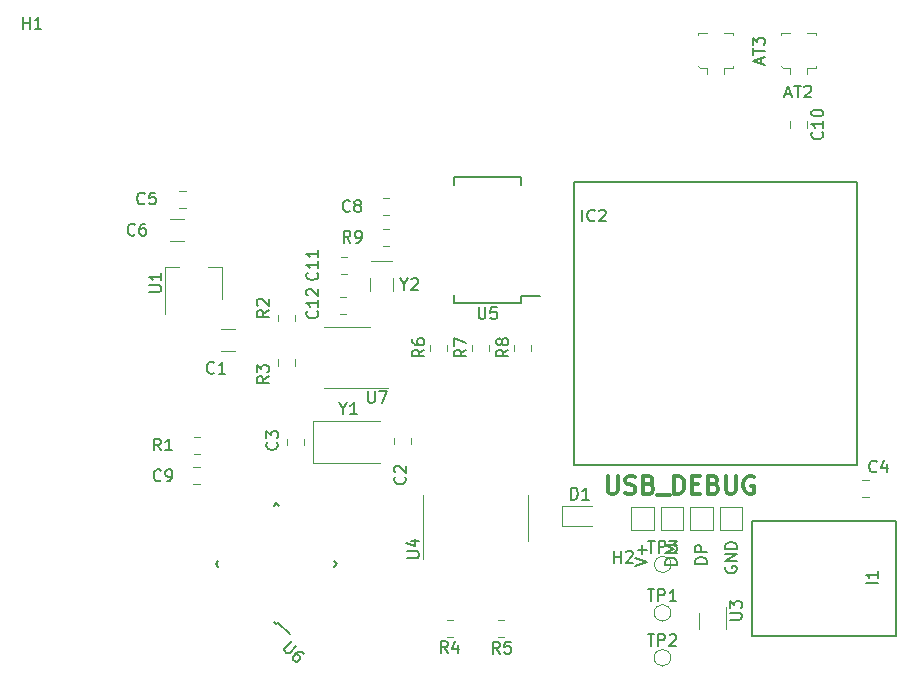
<source format=gto>
G04 #@! TF.GenerationSoftware,KiCad,Pcbnew,(5.1.5)-3*
G04 #@! TF.CreationDate,2020-11-27T10:24:00+11:00*
G04 #@! TF.ProjectId,BoSL,426f534c-2e6b-4696-9361-645f70636258,0.4.2*
G04 #@! TF.SameCoordinates,Original*
G04 #@! TF.FileFunction,Legend,Top*
G04 #@! TF.FilePolarity,Positive*
%FSLAX46Y46*%
G04 Gerber Fmt 4.6, Leading zero omitted, Abs format (unit mm)*
G04 Created by KiCad (PCBNEW (5.1.5)-3) date 2020-11-27 10:24:00*
%MOMM*%
%LPD*%
G04 APERTURE LIST*
%ADD10C,0.150000*%
%ADD11C,0.300000*%
%ADD12C,0.120000*%
G04 APERTURE END LIST*
D10*
X177554000Y-110489904D02*
X177506380Y-110585142D01*
X177506380Y-110728000D01*
X177554000Y-110870857D01*
X177649238Y-110966095D01*
X177744476Y-111013714D01*
X177934952Y-111061333D01*
X178077809Y-111061333D01*
X178268285Y-111013714D01*
X178363523Y-110966095D01*
X178458761Y-110870857D01*
X178506380Y-110728000D01*
X178506380Y-110632761D01*
X178458761Y-110489904D01*
X178411142Y-110442285D01*
X178077809Y-110442285D01*
X178077809Y-110632761D01*
X178506380Y-110013714D02*
X177506380Y-110013714D01*
X178506380Y-109442285D01*
X177506380Y-109442285D01*
X178506380Y-108966095D02*
X177506380Y-108966095D01*
X177506380Y-108728000D01*
X177554000Y-108585142D01*
X177649238Y-108489904D01*
X177744476Y-108442285D01*
X177934952Y-108394666D01*
X178077809Y-108394666D01*
X178268285Y-108442285D01*
X178363523Y-108489904D01*
X178458761Y-108585142D01*
X178506380Y-108728000D01*
X178506380Y-108966095D01*
X175966380Y-110235904D02*
X174966380Y-110235904D01*
X174966380Y-109997809D01*
X175014000Y-109854952D01*
X175109238Y-109759714D01*
X175204476Y-109712095D01*
X175394952Y-109664476D01*
X175537809Y-109664476D01*
X175728285Y-109712095D01*
X175823523Y-109759714D01*
X175918761Y-109854952D01*
X175966380Y-109997809D01*
X175966380Y-110235904D01*
X175966380Y-109235904D02*
X174966380Y-109235904D01*
X174966380Y-108854952D01*
X175014000Y-108759714D01*
X175061619Y-108712095D01*
X175156857Y-108664476D01*
X175299714Y-108664476D01*
X175394952Y-108712095D01*
X175442571Y-108759714D01*
X175490190Y-108854952D01*
X175490190Y-109235904D01*
X173426380Y-110307333D02*
X172426380Y-110307333D01*
X172426380Y-110069238D01*
X172474000Y-109926380D01*
X172569238Y-109831142D01*
X172664476Y-109783523D01*
X172854952Y-109735904D01*
X172997809Y-109735904D01*
X173188285Y-109783523D01*
X173283523Y-109831142D01*
X173378761Y-109926380D01*
X173426380Y-110069238D01*
X173426380Y-110307333D01*
X173426380Y-109307333D02*
X172426380Y-109307333D01*
X173140666Y-108974000D01*
X172426380Y-108640666D01*
X173426380Y-108640666D01*
X169886380Y-110426380D02*
X170886380Y-110093047D01*
X169886380Y-109759714D01*
X170505428Y-109426380D02*
X170505428Y-108664476D01*
X170886380Y-109045428D02*
X170124476Y-109045428D01*
D11*
X167557428Y-102810571D02*
X167557428Y-104024857D01*
X167628857Y-104167714D01*
X167700285Y-104239142D01*
X167843142Y-104310571D01*
X168128857Y-104310571D01*
X168271714Y-104239142D01*
X168343142Y-104167714D01*
X168414571Y-104024857D01*
X168414571Y-102810571D01*
X169057428Y-104239142D02*
X169271714Y-104310571D01*
X169628857Y-104310571D01*
X169771714Y-104239142D01*
X169843142Y-104167714D01*
X169914571Y-104024857D01*
X169914571Y-103882000D01*
X169843142Y-103739142D01*
X169771714Y-103667714D01*
X169628857Y-103596285D01*
X169343142Y-103524857D01*
X169200285Y-103453428D01*
X169128857Y-103382000D01*
X169057428Y-103239142D01*
X169057428Y-103096285D01*
X169128857Y-102953428D01*
X169200285Y-102882000D01*
X169343142Y-102810571D01*
X169700285Y-102810571D01*
X169914571Y-102882000D01*
X171057428Y-103524857D02*
X171271714Y-103596285D01*
X171343142Y-103667714D01*
X171414571Y-103810571D01*
X171414571Y-104024857D01*
X171343142Y-104167714D01*
X171271714Y-104239142D01*
X171128857Y-104310571D01*
X170557428Y-104310571D01*
X170557428Y-102810571D01*
X171057428Y-102810571D01*
X171200285Y-102882000D01*
X171271714Y-102953428D01*
X171343142Y-103096285D01*
X171343142Y-103239142D01*
X171271714Y-103382000D01*
X171200285Y-103453428D01*
X171057428Y-103524857D01*
X170557428Y-103524857D01*
X171700285Y-104453428D02*
X172843142Y-104453428D01*
X173200285Y-104310571D02*
X173200285Y-102810571D01*
X173557428Y-102810571D01*
X173771714Y-102882000D01*
X173914571Y-103024857D01*
X173986000Y-103167714D01*
X174057428Y-103453428D01*
X174057428Y-103667714D01*
X173986000Y-103953428D01*
X173914571Y-104096285D01*
X173771714Y-104239142D01*
X173557428Y-104310571D01*
X173200285Y-104310571D01*
X174700285Y-103524857D02*
X175200285Y-103524857D01*
X175414571Y-104310571D02*
X174700285Y-104310571D01*
X174700285Y-102810571D01*
X175414571Y-102810571D01*
X176557428Y-103524857D02*
X176771714Y-103596285D01*
X176843142Y-103667714D01*
X176914571Y-103810571D01*
X176914571Y-104024857D01*
X176843142Y-104167714D01*
X176771714Y-104239142D01*
X176628857Y-104310571D01*
X176057428Y-104310571D01*
X176057428Y-102810571D01*
X176557428Y-102810571D01*
X176700285Y-102882000D01*
X176771714Y-102953428D01*
X176843142Y-103096285D01*
X176843142Y-103239142D01*
X176771714Y-103382000D01*
X176700285Y-103453428D01*
X176557428Y-103524857D01*
X176057428Y-103524857D01*
X177557428Y-102810571D02*
X177557428Y-104024857D01*
X177628857Y-104167714D01*
X177700285Y-104239142D01*
X177843142Y-104310571D01*
X178128857Y-104310571D01*
X178271714Y-104239142D01*
X178343142Y-104167714D01*
X178414571Y-104024857D01*
X178414571Y-102810571D01*
X179914571Y-102882000D02*
X179771714Y-102810571D01*
X179557428Y-102810571D01*
X179343142Y-102882000D01*
X179200285Y-103024857D01*
X179128857Y-103167714D01*
X179057428Y-103453428D01*
X179057428Y-103667714D01*
X179128857Y-103953428D01*
X179200285Y-104096285D01*
X179343142Y-104239142D01*
X179557428Y-104310571D01*
X179700285Y-104310571D01*
X179914571Y-104239142D01*
X179986000Y-104167714D01*
X179986000Y-103667714D01*
X179700285Y-103667714D01*
D12*
X177050000Y-107350000D02*
X177050000Y-105450000D01*
X178950000Y-107350000D02*
X177050000Y-107350000D01*
X178950000Y-105450000D02*
X178950000Y-107350000D01*
X177050000Y-105450000D02*
X178950000Y-105450000D01*
X174550000Y-107350000D02*
X174550000Y-105450000D01*
X176450000Y-107350000D02*
X174550000Y-107350000D01*
X176450000Y-105450000D02*
X176450000Y-107350000D01*
X174550000Y-105450000D02*
X176450000Y-105450000D01*
X172050000Y-107350000D02*
X172050000Y-105450000D01*
X173950000Y-107350000D02*
X172050000Y-107350000D01*
X173950000Y-105450000D02*
X173950000Y-107350000D01*
X172050000Y-105450000D02*
X173950000Y-105450000D01*
X169550000Y-107350000D02*
X169550000Y-105450000D01*
X171450000Y-107350000D02*
X169550000Y-107350000D01*
X171450000Y-105450000D02*
X171450000Y-107350000D01*
X169550000Y-105450000D02*
X171450000Y-105450000D01*
X175200000Y-65300000D02*
X176000000Y-65300000D01*
X175200000Y-65500000D02*
X175200000Y-65300000D01*
X178200000Y-65300000D02*
X178200000Y-65500000D01*
X177400000Y-65300000D02*
X178200000Y-65300000D01*
X178200000Y-68300000D02*
X177400000Y-68300000D01*
X178200000Y-68100000D02*
X178200000Y-68300000D01*
X175400000Y-68300000D02*
X175200000Y-68100000D01*
X176000000Y-68300000D02*
X175400000Y-68300000D01*
X176000000Y-68300000D02*
X176000000Y-68800000D01*
X177400000Y-68300000D02*
X177400000Y-68800000D01*
X142575000Y-101725000D02*
X148325000Y-101725000D01*
X142575000Y-98125000D02*
X142575000Y-101725000D01*
X148325000Y-98125000D02*
X142575000Y-98125000D01*
D10*
X160261000Y-87558000D02*
X161861000Y-87558000D01*
X160261000Y-77483000D02*
X154511000Y-77483000D01*
X160261000Y-88133000D02*
X154511000Y-88133000D01*
X160261000Y-77483000D02*
X160261000Y-78133000D01*
X154511000Y-77483000D02*
X154511000Y-78133000D01*
X154511000Y-88133000D02*
X154511000Y-87483000D01*
X160261000Y-88133000D02*
X160261000Y-87558000D01*
D12*
X151965000Y-106400000D02*
X151965000Y-109850000D01*
X151965000Y-106400000D02*
X151965000Y-104450000D01*
X160835000Y-106400000D02*
X160835000Y-108350000D01*
X160835000Y-106400000D02*
X160835000Y-104450000D01*
X175290000Y-114370000D02*
X175290000Y-115770000D01*
X177610000Y-115770000D02*
X177610000Y-113870000D01*
X130100000Y-85120000D02*
X131300000Y-85120000D01*
X130100000Y-89120000D02*
X130100000Y-85120000D01*
X134900000Y-85120000D02*
X134900000Y-87820000D01*
X133700000Y-85120000D02*
X134900000Y-85120000D01*
X172926000Y-110294000D02*
G75*
G03X172926000Y-110294000I-700000J0D01*
G01*
X172900000Y-118200000D02*
G75*
G03X172900000Y-118200000I-700000J0D01*
G01*
X172900000Y-114400000D02*
G75*
G03X172900000Y-114400000I-700000J0D01*
G01*
X163700000Y-105350000D02*
X166250000Y-105350000D01*
X163700000Y-107050000D02*
X166250000Y-107050000D01*
X163700000Y-105350000D02*
X163700000Y-107050000D01*
X182200000Y-65300000D02*
X183000000Y-65300000D01*
X182200000Y-65500000D02*
X182200000Y-65300000D01*
X185200000Y-65300000D02*
X185200000Y-65500000D01*
X184400000Y-65300000D02*
X185200000Y-65300000D01*
X185200000Y-68300000D02*
X184400000Y-68300000D01*
X185200000Y-68100000D02*
X185200000Y-68300000D01*
X182400000Y-68300000D02*
X182200000Y-68100000D01*
X183000000Y-68300000D02*
X182400000Y-68300000D01*
X183000000Y-68300000D02*
X183000000Y-68800000D01*
X184400000Y-68300000D02*
X184400000Y-68800000D01*
X149058578Y-81890000D02*
X148541422Y-81890000D01*
X149058578Y-83310000D02*
X148541422Y-83310000D01*
X161052000Y-92198578D02*
X161052000Y-91681422D01*
X159632000Y-92198578D02*
X159632000Y-91681422D01*
X157496000Y-92198578D02*
X157496000Y-91681422D01*
X156076000Y-92198578D02*
X156076000Y-91681422D01*
X153940000Y-92198578D02*
X153940000Y-91681422D01*
X152520000Y-92198578D02*
X152520000Y-91681422D01*
X158278922Y-116407000D02*
X158796078Y-116407000D01*
X158278922Y-114987000D02*
X158796078Y-114987000D01*
X154436578Y-114987000D02*
X153919422Y-114987000D01*
X154436578Y-116407000D02*
X153919422Y-116407000D01*
X139690000Y-89203922D02*
X139690000Y-89721078D01*
X141110000Y-89203922D02*
X141110000Y-89721078D01*
X141110000Y-93458578D02*
X141110000Y-92941422D01*
X139690000Y-93458578D02*
X139690000Y-92941422D01*
X133058578Y-99490000D02*
X132541422Y-99490000D01*
X133058578Y-100910000D02*
X132541422Y-100910000D01*
X182990000Y-72791422D02*
X182990000Y-73308578D01*
X184410000Y-72791422D02*
X184410000Y-73308578D01*
X132491422Y-103510000D02*
X133008578Y-103510000D01*
X132491422Y-102090000D02*
X133008578Y-102090000D01*
X149058578Y-79290000D02*
X148541422Y-79290000D01*
X149058578Y-80710000D02*
X148541422Y-80710000D01*
X131702064Y-81090000D02*
X130497936Y-81090000D01*
X131702064Y-82910000D02*
X130497936Y-82910000D01*
X131821078Y-78690000D02*
X131303922Y-78690000D01*
X131821078Y-80110000D02*
X131303922Y-80110000D01*
X189648578Y-103180000D02*
X189131422Y-103180000D01*
X189648578Y-104600000D02*
X189131422Y-104600000D01*
X140415000Y-99641422D02*
X140415000Y-100158578D01*
X141835000Y-99641422D02*
X141835000Y-100158578D01*
X149465000Y-99616422D02*
X149465000Y-100133578D01*
X150885000Y-99616422D02*
X150885000Y-100133578D01*
X136002064Y-90390000D02*
X134797936Y-90390000D01*
X136002064Y-92210000D02*
X134797936Y-92210000D01*
X145525000Y-95325000D02*
X148975000Y-95325000D01*
X145525000Y-95325000D02*
X143575000Y-95325000D01*
X145525000Y-90205000D02*
X147475000Y-90205000D01*
X145525000Y-90205000D02*
X143575000Y-90205000D01*
X149300000Y-84650000D02*
X147500000Y-84650000D01*
X147450000Y-86050000D02*
X147450000Y-87150000D01*
X149350000Y-86050000D02*
X149350000Y-87150000D01*
D10*
X139659099Y-115217425D02*
X140666726Y-116225052D01*
X134373476Y-110250000D02*
X134603286Y-110479810D01*
X139500000Y-105123476D02*
X139729810Y-105353286D01*
X144626524Y-110250000D02*
X144396714Y-110020190D01*
X139500000Y-115376524D02*
X139270190Y-115146714D01*
X144626524Y-110250000D02*
X144396714Y-110479810D01*
X139500000Y-105123476D02*
X139270190Y-105353286D01*
X134373476Y-110250000D02*
X134603286Y-110020190D01*
X139500000Y-115376524D02*
X139659099Y-115217425D01*
D12*
X144878922Y-89110000D02*
X145396078Y-89110000D01*
X144878922Y-87690000D02*
X145396078Y-87690000D01*
X144941422Y-85710000D02*
X145458578Y-85710000D01*
X144941422Y-84290000D02*
X145458578Y-84290000D01*
D10*
X164690000Y-101920000D02*
X164690000Y-77920000D01*
X188690000Y-101920000D02*
X164690000Y-101920000D01*
X188690000Y-77920000D02*
X188690000Y-101920000D01*
X164690000Y-77920000D02*
X188690000Y-77920000D01*
X179755000Y-116385000D02*
X179755000Y-106635000D01*
X191955000Y-116385000D02*
X191955000Y-106635000D01*
X191955000Y-106635000D02*
X179755000Y-106635000D01*
X191955000Y-116385000D02*
X191930000Y-116360000D01*
X179755000Y-116385000D02*
X191955000Y-116385000D01*
X180566666Y-67895238D02*
X180566666Y-67419047D01*
X180852380Y-67990476D02*
X179852380Y-67657142D01*
X180852380Y-67323809D01*
X179852380Y-67133333D02*
X179852380Y-66561904D01*
X180852380Y-66847619D02*
X179852380Y-66847619D01*
X179852380Y-66323809D02*
X179852380Y-65704761D01*
X180233333Y-66038095D01*
X180233333Y-65895238D01*
X180280952Y-65800000D01*
X180328571Y-65752380D01*
X180423809Y-65704761D01*
X180661904Y-65704761D01*
X180757142Y-65752380D01*
X180804761Y-65800000D01*
X180852380Y-65895238D01*
X180852380Y-66180952D01*
X180804761Y-66276190D01*
X180757142Y-66323809D01*
X145148809Y-97101190D02*
X145148809Y-97577380D01*
X144815476Y-96577380D02*
X145148809Y-97101190D01*
X145482142Y-96577380D01*
X146339285Y-97577380D02*
X145767857Y-97577380D01*
X146053571Y-97577380D02*
X146053571Y-96577380D01*
X145958333Y-96720238D01*
X145863095Y-96815476D01*
X145767857Y-96863095D01*
X156624095Y-88510380D02*
X156624095Y-89319904D01*
X156671714Y-89415142D01*
X156719333Y-89462761D01*
X156814571Y-89510380D01*
X157005047Y-89510380D01*
X157100285Y-89462761D01*
X157147904Y-89415142D01*
X157195523Y-89319904D01*
X157195523Y-88510380D01*
X158147904Y-88510380D02*
X157671714Y-88510380D01*
X157624095Y-88986571D01*
X157671714Y-88938952D01*
X157766952Y-88891333D01*
X158005047Y-88891333D01*
X158100285Y-88938952D01*
X158147904Y-88986571D01*
X158195523Y-89081809D01*
X158195523Y-89319904D01*
X158147904Y-89415142D01*
X158100285Y-89462761D01*
X158005047Y-89510380D01*
X157766952Y-89510380D01*
X157671714Y-89462761D01*
X157624095Y-89415142D01*
X150572380Y-109761904D02*
X151381904Y-109761904D01*
X151477142Y-109714285D01*
X151524761Y-109666666D01*
X151572380Y-109571428D01*
X151572380Y-109380952D01*
X151524761Y-109285714D01*
X151477142Y-109238095D01*
X151381904Y-109190476D01*
X150572380Y-109190476D01*
X150905714Y-108285714D02*
X151572380Y-108285714D01*
X150524761Y-108523809D02*
X151239047Y-108761904D01*
X151239047Y-108142857D01*
X177902380Y-114961904D02*
X178711904Y-114961904D01*
X178807142Y-114914285D01*
X178854761Y-114866666D01*
X178902380Y-114771428D01*
X178902380Y-114580952D01*
X178854761Y-114485714D01*
X178807142Y-114438095D01*
X178711904Y-114390476D01*
X177902380Y-114390476D01*
X177902380Y-114009523D02*
X177902380Y-113390476D01*
X178283333Y-113723809D01*
X178283333Y-113580952D01*
X178330952Y-113485714D01*
X178378571Y-113438095D01*
X178473809Y-113390476D01*
X178711904Y-113390476D01*
X178807142Y-113438095D01*
X178854761Y-113485714D01*
X178902380Y-113580952D01*
X178902380Y-113866666D01*
X178854761Y-113961904D01*
X178807142Y-114009523D01*
X128752380Y-87211904D02*
X129561904Y-87211904D01*
X129657142Y-87164285D01*
X129704761Y-87116666D01*
X129752380Y-87021428D01*
X129752380Y-86830952D01*
X129704761Y-86735714D01*
X129657142Y-86688095D01*
X129561904Y-86640476D01*
X128752380Y-86640476D01*
X129752380Y-85640476D02*
X129752380Y-86211904D01*
X129752380Y-85926190D02*
X128752380Y-85926190D01*
X128895238Y-86021428D01*
X128990476Y-86116666D01*
X129038095Y-86211904D01*
X170964095Y-108298380D02*
X171535523Y-108298380D01*
X171249809Y-109298380D02*
X171249809Y-108298380D01*
X171868857Y-109298380D02*
X171868857Y-108298380D01*
X172249809Y-108298380D01*
X172345047Y-108346000D01*
X172392666Y-108393619D01*
X172440285Y-108488857D01*
X172440285Y-108631714D01*
X172392666Y-108726952D01*
X172345047Y-108774571D01*
X172249809Y-108822190D01*
X171868857Y-108822190D01*
X172773619Y-108298380D02*
X173392666Y-108298380D01*
X173059333Y-108679333D01*
X173202190Y-108679333D01*
X173297428Y-108726952D01*
X173345047Y-108774571D01*
X173392666Y-108869809D01*
X173392666Y-109107904D01*
X173345047Y-109203142D01*
X173297428Y-109250761D01*
X173202190Y-109298380D01*
X172916476Y-109298380D01*
X172821238Y-109250761D01*
X172773619Y-109203142D01*
X170938095Y-116204380D02*
X171509523Y-116204380D01*
X171223809Y-117204380D02*
X171223809Y-116204380D01*
X171842857Y-117204380D02*
X171842857Y-116204380D01*
X172223809Y-116204380D01*
X172319047Y-116252000D01*
X172366666Y-116299619D01*
X172414285Y-116394857D01*
X172414285Y-116537714D01*
X172366666Y-116632952D01*
X172319047Y-116680571D01*
X172223809Y-116728190D01*
X171842857Y-116728190D01*
X172795238Y-116299619D02*
X172842857Y-116252000D01*
X172938095Y-116204380D01*
X173176190Y-116204380D01*
X173271428Y-116252000D01*
X173319047Y-116299619D01*
X173366666Y-116394857D01*
X173366666Y-116490095D01*
X173319047Y-116632952D01*
X172747619Y-117204380D01*
X173366666Y-117204380D01*
X170938095Y-112404380D02*
X171509523Y-112404380D01*
X171223809Y-113404380D02*
X171223809Y-112404380D01*
X171842857Y-113404380D02*
X171842857Y-112404380D01*
X172223809Y-112404380D01*
X172319047Y-112452000D01*
X172366666Y-112499619D01*
X172414285Y-112594857D01*
X172414285Y-112737714D01*
X172366666Y-112832952D01*
X172319047Y-112880571D01*
X172223809Y-112928190D01*
X171842857Y-112928190D01*
X173366666Y-113404380D02*
X172795238Y-113404380D01*
X173080952Y-113404380D02*
X173080952Y-112404380D01*
X172985714Y-112547238D01*
X172890476Y-112642476D01*
X172795238Y-112690095D01*
X168138095Y-110152380D02*
X168138095Y-109152380D01*
X168138095Y-109628571D02*
X168709523Y-109628571D01*
X168709523Y-110152380D02*
X168709523Y-109152380D01*
X169138095Y-109247619D02*
X169185714Y-109200000D01*
X169280952Y-109152380D01*
X169519047Y-109152380D01*
X169614285Y-109200000D01*
X169661904Y-109247619D01*
X169709523Y-109342857D01*
X169709523Y-109438095D01*
X169661904Y-109580952D01*
X169090476Y-110152380D01*
X169709523Y-110152380D01*
X118038095Y-64952380D02*
X118038095Y-63952380D01*
X118038095Y-64428571D02*
X118609523Y-64428571D01*
X118609523Y-64952380D02*
X118609523Y-63952380D01*
X119609523Y-64952380D02*
X119038095Y-64952380D01*
X119323809Y-64952380D02*
X119323809Y-63952380D01*
X119228571Y-64095238D01*
X119133333Y-64190476D01*
X119038095Y-64238095D01*
X164461904Y-104802380D02*
X164461904Y-103802380D01*
X164700000Y-103802380D01*
X164842857Y-103850000D01*
X164938095Y-103945238D01*
X164985714Y-104040476D01*
X165033333Y-104230952D01*
X165033333Y-104373809D01*
X164985714Y-104564285D01*
X164938095Y-104659523D01*
X164842857Y-104754761D01*
X164700000Y-104802380D01*
X164461904Y-104802380D01*
X165985714Y-104802380D02*
X165414285Y-104802380D01*
X165700000Y-104802380D02*
X165700000Y-103802380D01*
X165604761Y-103945238D01*
X165509523Y-104040476D01*
X165414285Y-104088095D01*
X182604761Y-70466666D02*
X183080952Y-70466666D01*
X182509523Y-70752380D02*
X182842857Y-69752380D01*
X183176190Y-70752380D01*
X183366666Y-69752380D02*
X183938095Y-69752380D01*
X183652380Y-70752380D02*
X183652380Y-69752380D01*
X184223809Y-69847619D02*
X184271428Y-69800000D01*
X184366666Y-69752380D01*
X184604761Y-69752380D01*
X184700000Y-69800000D01*
X184747619Y-69847619D01*
X184795238Y-69942857D01*
X184795238Y-70038095D01*
X184747619Y-70180952D01*
X184176190Y-70752380D01*
X184795238Y-70752380D01*
X145783333Y-83052380D02*
X145450000Y-82576190D01*
X145211904Y-83052380D02*
X145211904Y-82052380D01*
X145592857Y-82052380D01*
X145688095Y-82100000D01*
X145735714Y-82147619D01*
X145783333Y-82242857D01*
X145783333Y-82385714D01*
X145735714Y-82480952D01*
X145688095Y-82528571D01*
X145592857Y-82576190D01*
X145211904Y-82576190D01*
X146259523Y-83052380D02*
X146450000Y-83052380D01*
X146545238Y-83004761D01*
X146592857Y-82957142D01*
X146688095Y-82814285D01*
X146735714Y-82623809D01*
X146735714Y-82242857D01*
X146688095Y-82147619D01*
X146640476Y-82100000D01*
X146545238Y-82052380D01*
X146354761Y-82052380D01*
X146259523Y-82100000D01*
X146211904Y-82147619D01*
X146164285Y-82242857D01*
X146164285Y-82480952D01*
X146211904Y-82576190D01*
X146259523Y-82623809D01*
X146354761Y-82671428D01*
X146545238Y-82671428D01*
X146640476Y-82623809D01*
X146688095Y-82576190D01*
X146735714Y-82480952D01*
X159144380Y-92106666D02*
X158668190Y-92440000D01*
X159144380Y-92678095D02*
X158144380Y-92678095D01*
X158144380Y-92297142D01*
X158192000Y-92201904D01*
X158239619Y-92154285D01*
X158334857Y-92106666D01*
X158477714Y-92106666D01*
X158572952Y-92154285D01*
X158620571Y-92201904D01*
X158668190Y-92297142D01*
X158668190Y-92678095D01*
X158572952Y-91535238D02*
X158525333Y-91630476D01*
X158477714Y-91678095D01*
X158382476Y-91725714D01*
X158334857Y-91725714D01*
X158239619Y-91678095D01*
X158192000Y-91630476D01*
X158144380Y-91535238D01*
X158144380Y-91344761D01*
X158192000Y-91249523D01*
X158239619Y-91201904D01*
X158334857Y-91154285D01*
X158382476Y-91154285D01*
X158477714Y-91201904D01*
X158525333Y-91249523D01*
X158572952Y-91344761D01*
X158572952Y-91535238D01*
X158620571Y-91630476D01*
X158668190Y-91678095D01*
X158763428Y-91725714D01*
X158953904Y-91725714D01*
X159049142Y-91678095D01*
X159096761Y-91630476D01*
X159144380Y-91535238D01*
X159144380Y-91344761D01*
X159096761Y-91249523D01*
X159049142Y-91201904D01*
X158953904Y-91154285D01*
X158763428Y-91154285D01*
X158668190Y-91201904D01*
X158620571Y-91249523D01*
X158572952Y-91344761D01*
X155588380Y-92106666D02*
X155112190Y-92440000D01*
X155588380Y-92678095D02*
X154588380Y-92678095D01*
X154588380Y-92297142D01*
X154636000Y-92201904D01*
X154683619Y-92154285D01*
X154778857Y-92106666D01*
X154921714Y-92106666D01*
X155016952Y-92154285D01*
X155064571Y-92201904D01*
X155112190Y-92297142D01*
X155112190Y-92678095D01*
X154588380Y-91773333D02*
X154588380Y-91106666D01*
X155588380Y-91535238D01*
X152032380Y-92106666D02*
X151556190Y-92440000D01*
X152032380Y-92678095D02*
X151032380Y-92678095D01*
X151032380Y-92297142D01*
X151080000Y-92201904D01*
X151127619Y-92154285D01*
X151222857Y-92106666D01*
X151365714Y-92106666D01*
X151460952Y-92154285D01*
X151508571Y-92201904D01*
X151556190Y-92297142D01*
X151556190Y-92678095D01*
X151032380Y-91249523D02*
X151032380Y-91440000D01*
X151080000Y-91535238D01*
X151127619Y-91582857D01*
X151270476Y-91678095D01*
X151460952Y-91725714D01*
X151841904Y-91725714D01*
X151937142Y-91678095D01*
X151984761Y-91630476D01*
X152032380Y-91535238D01*
X152032380Y-91344761D01*
X151984761Y-91249523D01*
X151937142Y-91201904D01*
X151841904Y-91154285D01*
X151603809Y-91154285D01*
X151508571Y-91201904D01*
X151460952Y-91249523D01*
X151413333Y-91344761D01*
X151413333Y-91535238D01*
X151460952Y-91630476D01*
X151508571Y-91678095D01*
X151603809Y-91725714D01*
X158433333Y-117849380D02*
X158100000Y-117373190D01*
X157861904Y-117849380D02*
X157861904Y-116849380D01*
X158242857Y-116849380D01*
X158338095Y-116897000D01*
X158385714Y-116944619D01*
X158433333Y-117039857D01*
X158433333Y-117182714D01*
X158385714Y-117277952D01*
X158338095Y-117325571D01*
X158242857Y-117373190D01*
X157861904Y-117373190D01*
X159338095Y-116849380D02*
X158861904Y-116849380D01*
X158814285Y-117325571D01*
X158861904Y-117277952D01*
X158957142Y-117230333D01*
X159195238Y-117230333D01*
X159290476Y-117277952D01*
X159338095Y-117325571D01*
X159385714Y-117420809D01*
X159385714Y-117658904D01*
X159338095Y-117754142D01*
X159290476Y-117801761D01*
X159195238Y-117849380D01*
X158957142Y-117849380D01*
X158861904Y-117801761D01*
X158814285Y-117754142D01*
X154011333Y-117799380D02*
X153678000Y-117323190D01*
X153439904Y-117799380D02*
X153439904Y-116799380D01*
X153820857Y-116799380D01*
X153916095Y-116847000D01*
X153963714Y-116894619D01*
X154011333Y-116989857D01*
X154011333Y-117132714D01*
X153963714Y-117227952D01*
X153916095Y-117275571D01*
X153820857Y-117323190D01*
X153439904Y-117323190D01*
X154868476Y-117132714D02*
X154868476Y-117799380D01*
X154630380Y-116751761D02*
X154392285Y-117466047D01*
X155011333Y-117466047D01*
X138852380Y-94366666D02*
X138376190Y-94700000D01*
X138852380Y-94938095D02*
X137852380Y-94938095D01*
X137852380Y-94557142D01*
X137900000Y-94461904D01*
X137947619Y-94414285D01*
X138042857Y-94366666D01*
X138185714Y-94366666D01*
X138280952Y-94414285D01*
X138328571Y-94461904D01*
X138376190Y-94557142D01*
X138376190Y-94938095D01*
X137852380Y-94033333D02*
X137852380Y-93414285D01*
X138233333Y-93747619D01*
X138233333Y-93604761D01*
X138280952Y-93509523D01*
X138328571Y-93461904D01*
X138423809Y-93414285D01*
X138661904Y-93414285D01*
X138757142Y-93461904D01*
X138804761Y-93509523D01*
X138852380Y-93604761D01*
X138852380Y-93890476D01*
X138804761Y-93985714D01*
X138757142Y-94033333D01*
X138852380Y-88766666D02*
X138376190Y-89100000D01*
X138852380Y-89338095D02*
X137852380Y-89338095D01*
X137852380Y-88957142D01*
X137900000Y-88861904D01*
X137947619Y-88814285D01*
X138042857Y-88766666D01*
X138185714Y-88766666D01*
X138280952Y-88814285D01*
X138328571Y-88861904D01*
X138376190Y-88957142D01*
X138376190Y-89338095D01*
X137947619Y-88385714D02*
X137900000Y-88338095D01*
X137852380Y-88242857D01*
X137852380Y-88004761D01*
X137900000Y-87909523D01*
X137947619Y-87861904D01*
X138042857Y-87814285D01*
X138138095Y-87814285D01*
X138280952Y-87861904D01*
X138852380Y-88433333D01*
X138852380Y-87814285D01*
X129733333Y-100652380D02*
X129400000Y-100176190D01*
X129161904Y-100652380D02*
X129161904Y-99652380D01*
X129542857Y-99652380D01*
X129638095Y-99700000D01*
X129685714Y-99747619D01*
X129733333Y-99842857D01*
X129733333Y-99985714D01*
X129685714Y-100080952D01*
X129638095Y-100128571D01*
X129542857Y-100176190D01*
X129161904Y-100176190D01*
X130685714Y-100652380D02*
X130114285Y-100652380D01*
X130400000Y-100652380D02*
X130400000Y-99652380D01*
X130304761Y-99795238D01*
X130209523Y-99890476D01*
X130114285Y-99938095D01*
X185707142Y-73692857D02*
X185754761Y-73740476D01*
X185802380Y-73883333D01*
X185802380Y-73978571D01*
X185754761Y-74121428D01*
X185659523Y-74216666D01*
X185564285Y-74264285D01*
X185373809Y-74311904D01*
X185230952Y-74311904D01*
X185040476Y-74264285D01*
X184945238Y-74216666D01*
X184850000Y-74121428D01*
X184802380Y-73978571D01*
X184802380Y-73883333D01*
X184850000Y-73740476D01*
X184897619Y-73692857D01*
X185802380Y-72740476D02*
X185802380Y-73311904D01*
X185802380Y-73026190D02*
X184802380Y-73026190D01*
X184945238Y-73121428D01*
X185040476Y-73216666D01*
X185088095Y-73311904D01*
X184802380Y-72121428D02*
X184802380Y-72026190D01*
X184850000Y-71930952D01*
X184897619Y-71883333D01*
X184992857Y-71835714D01*
X185183333Y-71788095D01*
X185421428Y-71788095D01*
X185611904Y-71835714D01*
X185707142Y-71883333D01*
X185754761Y-71930952D01*
X185802380Y-72026190D01*
X185802380Y-72121428D01*
X185754761Y-72216666D01*
X185707142Y-72264285D01*
X185611904Y-72311904D01*
X185421428Y-72359523D01*
X185183333Y-72359523D01*
X184992857Y-72311904D01*
X184897619Y-72264285D01*
X184850000Y-72216666D01*
X184802380Y-72121428D01*
X129733333Y-103157142D02*
X129685714Y-103204761D01*
X129542857Y-103252380D01*
X129447619Y-103252380D01*
X129304761Y-103204761D01*
X129209523Y-103109523D01*
X129161904Y-103014285D01*
X129114285Y-102823809D01*
X129114285Y-102680952D01*
X129161904Y-102490476D01*
X129209523Y-102395238D01*
X129304761Y-102300000D01*
X129447619Y-102252380D01*
X129542857Y-102252380D01*
X129685714Y-102300000D01*
X129733333Y-102347619D01*
X130209523Y-103252380D02*
X130400000Y-103252380D01*
X130495238Y-103204761D01*
X130542857Y-103157142D01*
X130638095Y-103014285D01*
X130685714Y-102823809D01*
X130685714Y-102442857D01*
X130638095Y-102347619D01*
X130590476Y-102300000D01*
X130495238Y-102252380D01*
X130304761Y-102252380D01*
X130209523Y-102300000D01*
X130161904Y-102347619D01*
X130114285Y-102442857D01*
X130114285Y-102680952D01*
X130161904Y-102776190D01*
X130209523Y-102823809D01*
X130304761Y-102871428D01*
X130495238Y-102871428D01*
X130590476Y-102823809D01*
X130638095Y-102776190D01*
X130685714Y-102680952D01*
X145733333Y-80357142D02*
X145685714Y-80404761D01*
X145542857Y-80452380D01*
X145447619Y-80452380D01*
X145304761Y-80404761D01*
X145209523Y-80309523D01*
X145161904Y-80214285D01*
X145114285Y-80023809D01*
X145114285Y-79880952D01*
X145161904Y-79690476D01*
X145209523Y-79595238D01*
X145304761Y-79500000D01*
X145447619Y-79452380D01*
X145542857Y-79452380D01*
X145685714Y-79500000D01*
X145733333Y-79547619D01*
X146304761Y-79880952D02*
X146209523Y-79833333D01*
X146161904Y-79785714D01*
X146114285Y-79690476D01*
X146114285Y-79642857D01*
X146161904Y-79547619D01*
X146209523Y-79500000D01*
X146304761Y-79452380D01*
X146495238Y-79452380D01*
X146590476Y-79500000D01*
X146638095Y-79547619D01*
X146685714Y-79642857D01*
X146685714Y-79690476D01*
X146638095Y-79785714D01*
X146590476Y-79833333D01*
X146495238Y-79880952D01*
X146304761Y-79880952D01*
X146209523Y-79928571D01*
X146161904Y-79976190D01*
X146114285Y-80071428D01*
X146114285Y-80261904D01*
X146161904Y-80357142D01*
X146209523Y-80404761D01*
X146304761Y-80452380D01*
X146495238Y-80452380D01*
X146590476Y-80404761D01*
X146638095Y-80357142D01*
X146685714Y-80261904D01*
X146685714Y-80071428D01*
X146638095Y-79976190D01*
X146590476Y-79928571D01*
X146495238Y-79880952D01*
X127533333Y-82357142D02*
X127485714Y-82404761D01*
X127342857Y-82452380D01*
X127247619Y-82452380D01*
X127104761Y-82404761D01*
X127009523Y-82309523D01*
X126961904Y-82214285D01*
X126914285Y-82023809D01*
X126914285Y-81880952D01*
X126961904Y-81690476D01*
X127009523Y-81595238D01*
X127104761Y-81500000D01*
X127247619Y-81452380D01*
X127342857Y-81452380D01*
X127485714Y-81500000D01*
X127533333Y-81547619D01*
X128390476Y-81452380D02*
X128200000Y-81452380D01*
X128104761Y-81500000D01*
X128057142Y-81547619D01*
X127961904Y-81690476D01*
X127914285Y-81880952D01*
X127914285Y-82261904D01*
X127961904Y-82357142D01*
X128009523Y-82404761D01*
X128104761Y-82452380D01*
X128295238Y-82452380D01*
X128390476Y-82404761D01*
X128438095Y-82357142D01*
X128485714Y-82261904D01*
X128485714Y-82023809D01*
X128438095Y-81928571D01*
X128390476Y-81880952D01*
X128295238Y-81833333D01*
X128104761Y-81833333D01*
X128009523Y-81880952D01*
X127961904Y-81928571D01*
X127914285Y-82023809D01*
X128349833Y-79721142D02*
X128302214Y-79768761D01*
X128159357Y-79816380D01*
X128064119Y-79816380D01*
X127921261Y-79768761D01*
X127826023Y-79673523D01*
X127778404Y-79578285D01*
X127730785Y-79387809D01*
X127730785Y-79244952D01*
X127778404Y-79054476D01*
X127826023Y-78959238D01*
X127921261Y-78864000D01*
X128064119Y-78816380D01*
X128159357Y-78816380D01*
X128302214Y-78864000D01*
X128349833Y-78911619D01*
X129254595Y-78816380D02*
X128778404Y-78816380D01*
X128730785Y-79292571D01*
X128778404Y-79244952D01*
X128873642Y-79197333D01*
X129111738Y-79197333D01*
X129206976Y-79244952D01*
X129254595Y-79292571D01*
X129302214Y-79387809D01*
X129302214Y-79625904D01*
X129254595Y-79721142D01*
X129206976Y-79768761D01*
X129111738Y-79816380D01*
X128873642Y-79816380D01*
X128778404Y-79768761D01*
X128730785Y-79721142D01*
X190333333Y-102407142D02*
X190285714Y-102454761D01*
X190142857Y-102502380D01*
X190047619Y-102502380D01*
X189904761Y-102454761D01*
X189809523Y-102359523D01*
X189761904Y-102264285D01*
X189714285Y-102073809D01*
X189714285Y-101930952D01*
X189761904Y-101740476D01*
X189809523Y-101645238D01*
X189904761Y-101550000D01*
X190047619Y-101502380D01*
X190142857Y-101502380D01*
X190285714Y-101550000D01*
X190333333Y-101597619D01*
X191190476Y-101835714D02*
X191190476Y-102502380D01*
X190952380Y-101454761D02*
X190714285Y-102169047D01*
X191333333Y-102169047D01*
X139557142Y-99966666D02*
X139604761Y-100014285D01*
X139652380Y-100157142D01*
X139652380Y-100252380D01*
X139604761Y-100395238D01*
X139509523Y-100490476D01*
X139414285Y-100538095D01*
X139223809Y-100585714D01*
X139080952Y-100585714D01*
X138890476Y-100538095D01*
X138795238Y-100490476D01*
X138700000Y-100395238D01*
X138652380Y-100252380D01*
X138652380Y-100157142D01*
X138700000Y-100014285D01*
X138747619Y-99966666D01*
X138652380Y-99633333D02*
X138652380Y-99014285D01*
X139033333Y-99347619D01*
X139033333Y-99204761D01*
X139080952Y-99109523D01*
X139128571Y-99061904D01*
X139223809Y-99014285D01*
X139461904Y-99014285D01*
X139557142Y-99061904D01*
X139604761Y-99109523D01*
X139652380Y-99204761D01*
X139652380Y-99490476D01*
X139604761Y-99585714D01*
X139557142Y-99633333D01*
X150382142Y-102879166D02*
X150429761Y-102926785D01*
X150477380Y-103069642D01*
X150477380Y-103164880D01*
X150429761Y-103307738D01*
X150334523Y-103402976D01*
X150239285Y-103450595D01*
X150048809Y-103498214D01*
X149905952Y-103498214D01*
X149715476Y-103450595D01*
X149620238Y-103402976D01*
X149525000Y-103307738D01*
X149477380Y-103164880D01*
X149477380Y-103069642D01*
X149525000Y-102926785D01*
X149572619Y-102879166D01*
X149572619Y-102498214D02*
X149525000Y-102450595D01*
X149477380Y-102355357D01*
X149477380Y-102117261D01*
X149525000Y-102022023D01*
X149572619Y-101974404D01*
X149667857Y-101926785D01*
X149763095Y-101926785D01*
X149905952Y-101974404D01*
X150477380Y-102545833D01*
X150477380Y-101926785D01*
X134233333Y-94057142D02*
X134185714Y-94104761D01*
X134042857Y-94152380D01*
X133947619Y-94152380D01*
X133804761Y-94104761D01*
X133709523Y-94009523D01*
X133661904Y-93914285D01*
X133614285Y-93723809D01*
X133614285Y-93580952D01*
X133661904Y-93390476D01*
X133709523Y-93295238D01*
X133804761Y-93200000D01*
X133947619Y-93152380D01*
X134042857Y-93152380D01*
X134185714Y-93200000D01*
X134233333Y-93247619D01*
X135185714Y-94152380D02*
X134614285Y-94152380D01*
X134900000Y-94152380D02*
X134900000Y-93152380D01*
X134804761Y-93295238D01*
X134709523Y-93390476D01*
X134614285Y-93438095D01*
X147263095Y-95617380D02*
X147263095Y-96426904D01*
X147310714Y-96522142D01*
X147358333Y-96569761D01*
X147453571Y-96617380D01*
X147644047Y-96617380D01*
X147739285Y-96569761D01*
X147786904Y-96522142D01*
X147834523Y-96426904D01*
X147834523Y-95617380D01*
X148215476Y-95617380D02*
X148882142Y-95617380D01*
X148453571Y-96617380D01*
X150323809Y-86576190D02*
X150323809Y-87052380D01*
X149990476Y-86052380D02*
X150323809Y-86576190D01*
X150657142Y-86052380D01*
X150942857Y-86147619D02*
X150990476Y-86100000D01*
X151085714Y-86052380D01*
X151323809Y-86052380D01*
X151419047Y-86100000D01*
X151466666Y-86147619D01*
X151514285Y-86242857D01*
X151514285Y-86338095D01*
X151466666Y-86480952D01*
X150895238Y-87052380D01*
X151514285Y-87052380D01*
X140798477Y-116824026D02*
X140226057Y-117396446D01*
X140192385Y-117497461D01*
X140192385Y-117564805D01*
X140226057Y-117665820D01*
X140360744Y-117800507D01*
X140461759Y-117834179D01*
X140529103Y-117834179D01*
X140630118Y-117800507D01*
X141202538Y-117228087D01*
X141842301Y-117867851D02*
X141707614Y-117733164D01*
X141606599Y-117699492D01*
X141539255Y-117699492D01*
X141370896Y-117733164D01*
X141202538Y-117834179D01*
X140933164Y-118103553D01*
X140899492Y-118204568D01*
X140899492Y-118271912D01*
X140933164Y-118372927D01*
X141067851Y-118507614D01*
X141168866Y-118541286D01*
X141236209Y-118541286D01*
X141337225Y-118507614D01*
X141505583Y-118339255D01*
X141539255Y-118238240D01*
X141539255Y-118170896D01*
X141505583Y-118069881D01*
X141370896Y-117935194D01*
X141269881Y-117901522D01*
X141202538Y-117901522D01*
X141101522Y-117935194D01*
X142957142Y-88842857D02*
X143004761Y-88890476D01*
X143052380Y-89033333D01*
X143052380Y-89128571D01*
X143004761Y-89271428D01*
X142909523Y-89366666D01*
X142814285Y-89414285D01*
X142623809Y-89461904D01*
X142480952Y-89461904D01*
X142290476Y-89414285D01*
X142195238Y-89366666D01*
X142100000Y-89271428D01*
X142052380Y-89128571D01*
X142052380Y-89033333D01*
X142100000Y-88890476D01*
X142147619Y-88842857D01*
X143052380Y-87890476D02*
X143052380Y-88461904D01*
X143052380Y-88176190D02*
X142052380Y-88176190D01*
X142195238Y-88271428D01*
X142290476Y-88366666D01*
X142338095Y-88461904D01*
X142147619Y-87509523D02*
X142100000Y-87461904D01*
X142052380Y-87366666D01*
X142052380Y-87128571D01*
X142100000Y-87033333D01*
X142147619Y-86985714D01*
X142242857Y-86938095D01*
X142338095Y-86938095D01*
X142480952Y-86985714D01*
X143052380Y-87557142D01*
X143052380Y-86938095D01*
X142957142Y-85592976D02*
X143004761Y-85640595D01*
X143052380Y-85783452D01*
X143052380Y-85878690D01*
X143004761Y-86021547D01*
X142909523Y-86116785D01*
X142814285Y-86164404D01*
X142623809Y-86212023D01*
X142480952Y-86212023D01*
X142290476Y-86164404D01*
X142195238Y-86116785D01*
X142100000Y-86021547D01*
X142052380Y-85878690D01*
X142052380Y-85783452D01*
X142100000Y-85640595D01*
X142147619Y-85592976D01*
X143052380Y-84640595D02*
X143052380Y-85212023D01*
X143052380Y-84926309D02*
X142052380Y-84926309D01*
X142195238Y-85021547D01*
X142290476Y-85116785D01*
X142338095Y-85212023D01*
X143052380Y-83688214D02*
X143052380Y-84259642D01*
X143052380Y-83973928D02*
X142052380Y-83973928D01*
X142195238Y-84069166D01*
X142290476Y-84164404D01*
X142338095Y-84259642D01*
X165423809Y-81252380D02*
X165423809Y-80252380D01*
X166471428Y-81157142D02*
X166423809Y-81204761D01*
X166280952Y-81252380D01*
X166185714Y-81252380D01*
X166042857Y-81204761D01*
X165947619Y-81109523D01*
X165900000Y-81014285D01*
X165852380Y-80823809D01*
X165852380Y-80680952D01*
X165900000Y-80490476D01*
X165947619Y-80395238D01*
X166042857Y-80300000D01*
X166185714Y-80252380D01*
X166280952Y-80252380D01*
X166423809Y-80300000D01*
X166471428Y-80347619D01*
X166852380Y-80347619D02*
X166900000Y-80300000D01*
X166995238Y-80252380D01*
X167233333Y-80252380D01*
X167328571Y-80300000D01*
X167376190Y-80347619D01*
X167423809Y-80442857D01*
X167423809Y-80538095D01*
X167376190Y-80680952D01*
X166804761Y-81252380D01*
X167423809Y-81252380D01*
X190432380Y-111886190D02*
X189432380Y-111886190D01*
X190432380Y-110886190D02*
X190432380Y-111457619D01*
X190432380Y-111171904D02*
X189432380Y-111171904D01*
X189575238Y-111267142D01*
X189670476Y-111362380D01*
X189718095Y-111457619D01*
M02*

</source>
